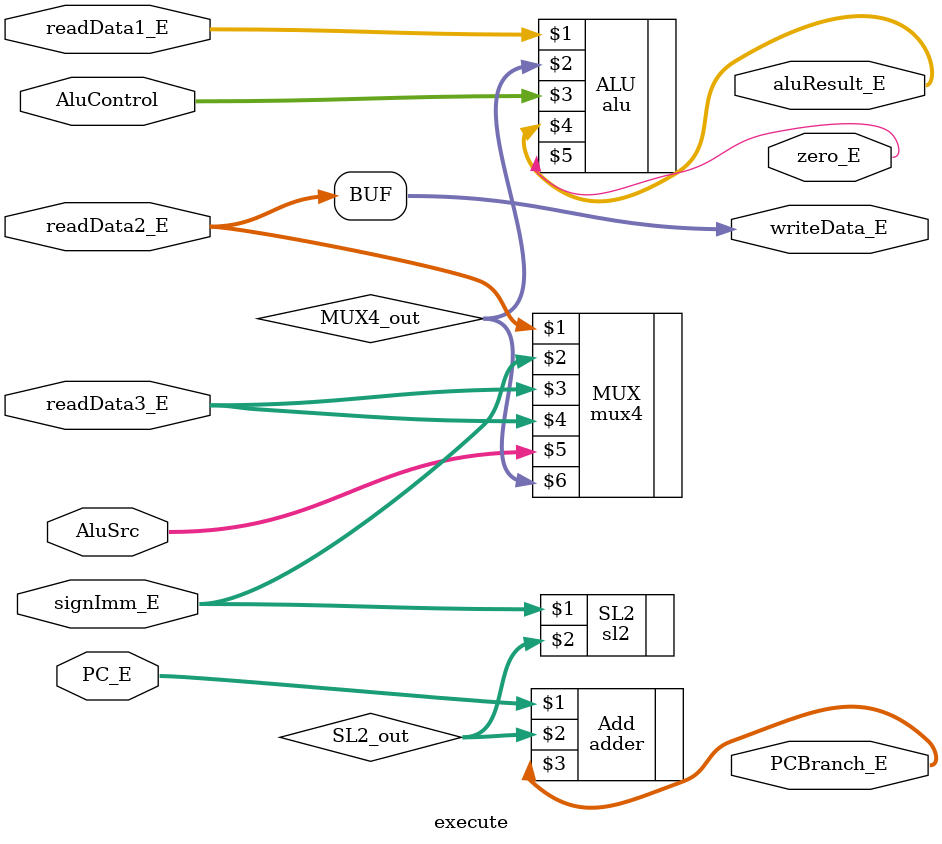
<source format=sv>
module execute
            #(parameter N = 64)
            (input logic [1:0] AluSrc,
            input logic [3:0] AluControl,
            input logic [N-1:0] PC_E, signImm_E,
            input logic [N-1:0] readData1_E, readData2_E, readData3_E,
            output logic [N-1:0] PCBranch_E, aluResult_E, writeData_E,
            output logic zero_E);

    logic [N-1:0] MUX4_out, SL2_out;

    // modified line for exceptions
    mux4    #(N)    MUX(readData2_E, signImm_E, readData3_E, readData3_E, AluSrc, MUX4_out);
    alu             ALU(readData1_E, MUX4_out, AluControl, aluResult_E, zero_E);
    sl2     #(N)    SL2(signImm_E, SL2_out);
    adder   #(N)    Add(PC_E, SL2_out, PCBranch_E);

    assign writeData_E = readData2_E;
endmodule
</source>
